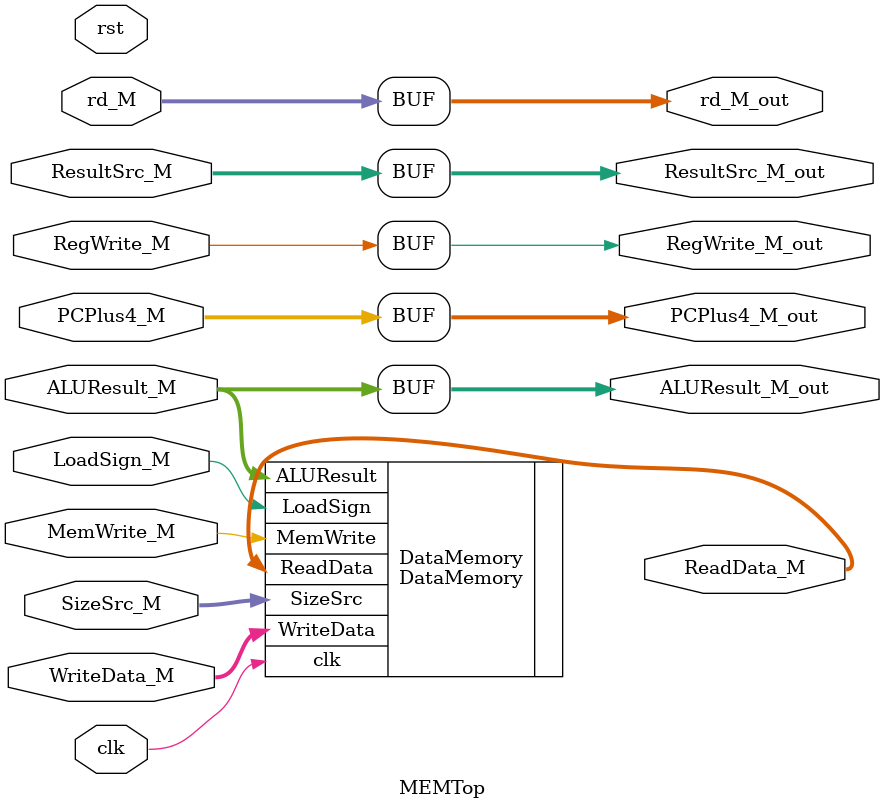
<source format=sv>
module MEMTop (
    input logic clk,
    input logic rst,

    input logic RegWrite_M,
    input logic MemWrite_M,
    input logic [1:0] ResultSrc_M,
    input logic [1:0] SizeSrc_M,
    input logic LoadSign_M,

    input logic [31:0] ALUResult_M,
    input logic [31:0] WriteData_M,
    input logic [4:0] rd_M,
    input logic [31:0] PCPlus4_M,

    output logic RegWrite_M_out,
    output logic [1:0] ResultSrc_M_out,
    output logic [31:0] ReadData_M,
    output logic [31:0] ALUResult_M_out,
    output logic [4:0] rd_M_out,
    output logic [31:0] PCPlus4_M_out
);

    DataMemory DataMemory (
        .clk(clk),
        .MemWrite(MemWrite_M),
        .LoadSign(LoadSign_M),
        .SizeSrc(SizeSrc_M),
        .WriteData(WriteData_M),
        .ALUResult(ALUResult_M),
        .ReadData(ReadData_M)
    );

    // pass signals to MEM_WB_Reg
    assign RegWrite_M_out = RegWrite_M;
    assign ResultSrc_M_out = ResultSrc_M;
    assign ALUResult_M_out = ALUResult_M;
    assign rd_M_out = rd_M;
    assign PCPlus4_M_out = PCPlus4_M;

endmodule

</source>
